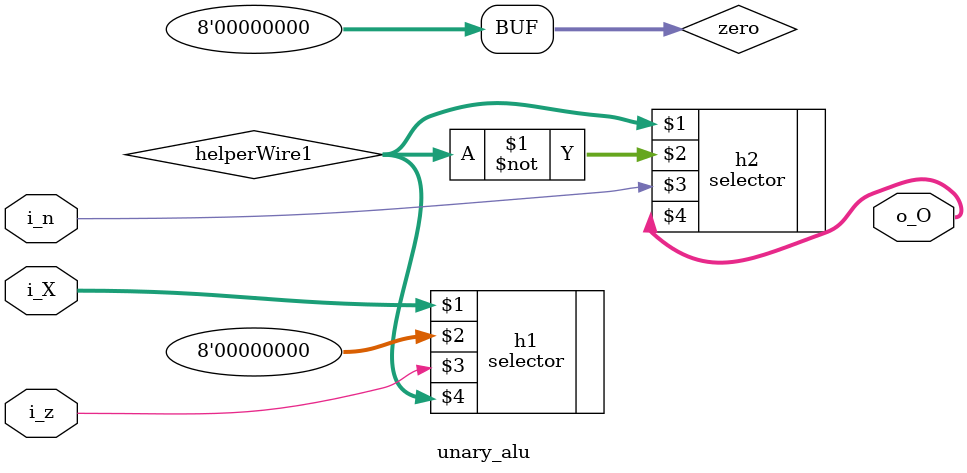
<source format=v>
`include "modules/plumbing/selector.v"
module unary_alu
  ( 
    i_z,
    i_n,
    i_X,
    o_O
    );

  parameter BUS_WIDTH = 8;

  input i_z;
  input i_n;
  input wire[BUS_WIDTH-1:0] i_X;
  output wire[BUS_WIDTH-1:0] o_O;

  wire[BUS_WIDTH-1:0] helperWire1;

  wire[BUS_WIDTH-1:0] zero = 0;

  selector #(.BUS_WIDTH(BUS_WIDTH)) h1(i_X, zero, i_z, helperWire1);
  selector #(.BUS_WIDTH(BUS_WIDTH)) h2(helperWire1, ~helperWire1, i_n, o_O);
endmodule

</source>
